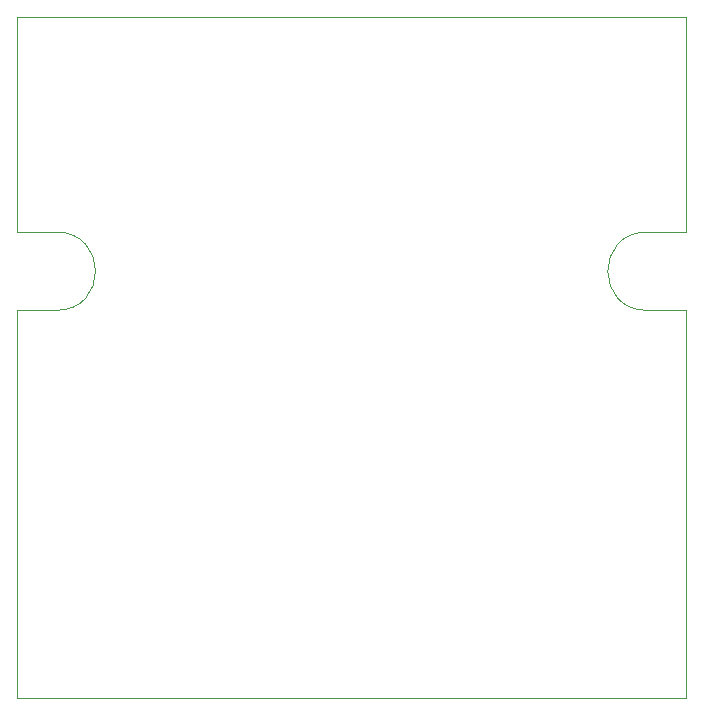
<source format=gbr>
%TF.GenerationSoftware,KiCad,Pcbnew,(6.0.1-0)*%
%TF.CreationDate,2022-01-18T10:49:35+01:00*%
%TF.ProjectId,pwm_driver,70776d5f-6472-4697-9665-722e6b696361,1*%
%TF.SameCoordinates,Original*%
%TF.FileFunction,Profile,NP*%
%FSLAX46Y46*%
G04 Gerber Fmt 4.6, Leading zero omitted, Abs format (unit mm)*
G04 Created by KiCad (PCBNEW (6.0.1-0)) date 2022-01-18 10:49:35*
%MOMM*%
%LPD*%
G01*
G04 APERTURE LIST*
%TA.AperFunction,Profile*%
%ADD10C,0.100000*%
%TD*%
G04 APERTURE END LIST*
D10*
X126695000Y-100000000D02*
G75*
G03*
X126695000Y-106630000I0J-3315000D01*
G01*
X73390000Y-81817000D02*
X73390000Y-100000000D01*
X76695000Y-106630000D02*
X73390000Y-106630000D01*
X126695000Y-100000000D02*
X130000000Y-100000000D01*
X73390000Y-106630000D02*
X73390000Y-139477000D01*
X76695000Y-106630000D02*
G75*
G03*
X76695000Y-100000000I0J3315000D01*
G01*
X130000000Y-81817000D02*
X73390000Y-81817000D01*
X130000000Y-100000000D02*
X130000000Y-81817000D01*
X130000000Y-139477000D02*
X130000000Y-106630000D01*
X130000000Y-106630000D02*
X126695000Y-106630000D01*
X73390000Y-100000000D02*
X76695000Y-100000000D01*
X73390000Y-139477000D02*
X130000000Y-139477000D01*
M02*

</source>
